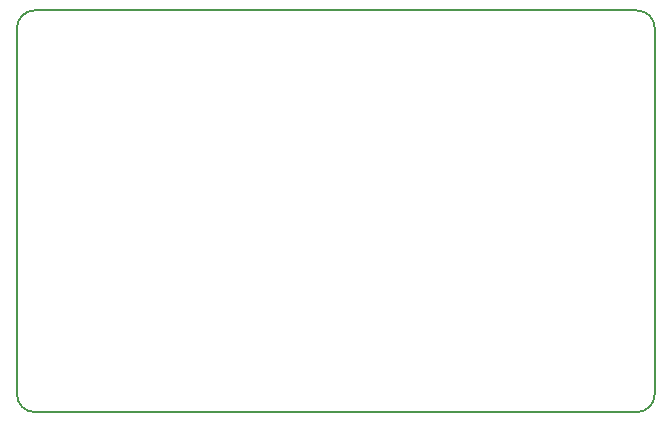
<source format=gbr>
%TF.GenerationSoftware,KiCad,Pcbnew,(7.0.0-0)*%
%TF.CreationDate,2023-02-20T17:02:08+08:00*%
%TF.ProjectId,test,74657374-2e6b-4696-9361-645f70636258,v1.0.0*%
%TF.SameCoordinates,Original*%
%TF.FileFunction,Profile,NP*%
%FSLAX46Y46*%
G04 Gerber Fmt 4.6, Leading zero omitted, Abs format (unit mm)*
G04 Created by KiCad (PCBNEW (7.0.0-0)) date 2023-02-20 17:02:08*
%MOMM*%
%LPD*%
G01*
G04 APERTURE LIST*
%TA.AperFunction,Profile*%
%ADD10C,0.150000*%
%TD*%
G04 APERTURE END LIST*
D10*
X-7500000Y-8500000D02*
X43500000Y-8500000D01*
X-9000000Y-7000000D02*
X-9000000Y24000000D01*
X-7500000Y25500000D02*
X43500000Y25500000D01*
X45000000Y-7000000D02*
X45000000Y24000000D01*
X43500000Y-8500000D02*
G75*
G03*
X45000000Y-7000000I0J1500000D01*
G01*
X45000000Y24000000D02*
G75*
G03*
X43500000Y25500000I-1500000J0D01*
G01*
X-7500000Y25500000D02*
G75*
G03*
X-9000000Y24000000I0J-1500000D01*
G01*
X-9000000Y-7000000D02*
G75*
G03*
X-7500000Y-8500000I1500000J0D01*
G01*
M02*

</source>
